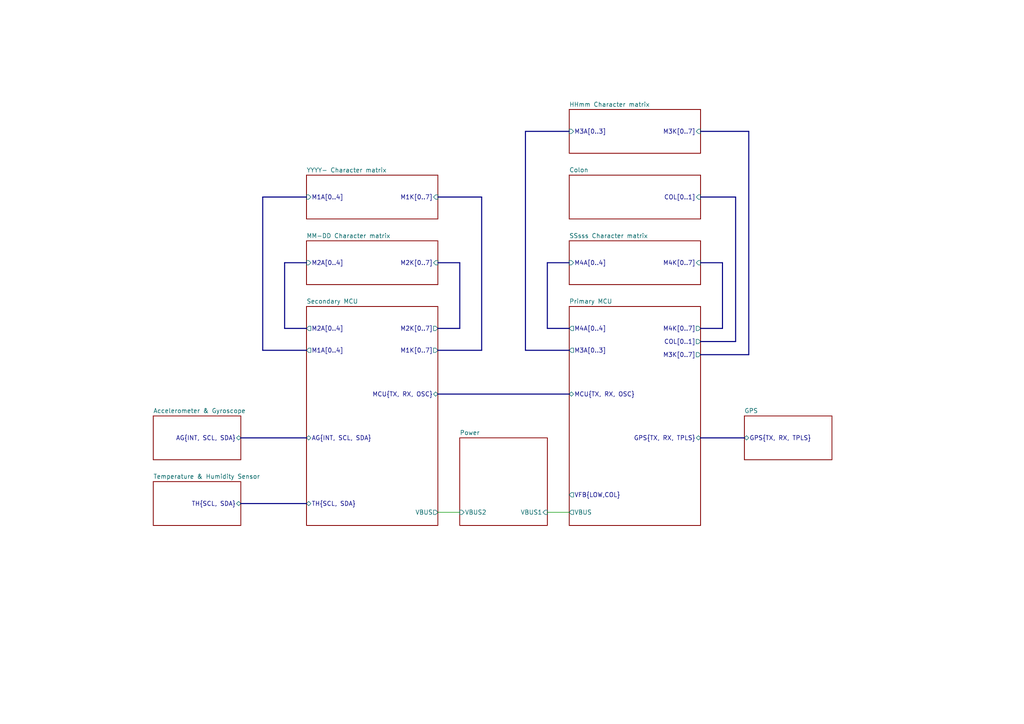
<source format=kicad_sch>
(kicad_sch
	(version 20250114)
	(generator "eeschema")
	(generator_version "9.0")
	(uuid "c9a8ff63-a0d1-4125-9dd1-40fb53daf536")
	(paper "A4")
	(title_block
		(title "Precision Clock")
		(date "2025-10-31")
		(rev "v0.0")
		(company "Rajath Katker")
		(comment 4 "Final verification pending")
	)
	(lib_symbols)
	(bus
		(pts
			(xy 209.55 76.2) (xy 203.2 76.2)
		)
		(stroke
			(width 0)
			(type default)
		)
		(uuid "0c3c2fc9-e677-437b-99f1-b8527ce31cdb")
	)
	(bus
		(pts
			(xy 76.2 57.15) (xy 88.9 57.15)
		)
		(stroke
			(width 0)
			(type default)
		)
		(uuid "11ed355d-f1cd-4d77-aae4-638d285e9d0a")
	)
	(bus
		(pts
			(xy 139.7 57.15) (xy 127 57.15)
		)
		(stroke
			(width 0)
			(type default)
		)
		(uuid "1f13e15c-a09f-49b4-8647-3a283e77be7c")
	)
	(bus
		(pts
			(xy 158.75 95.25) (xy 158.75 76.2)
		)
		(stroke
			(width 0)
			(type default)
		)
		(uuid "34884140-6406-45a9-9472-887fa07c0fe7")
	)
	(bus
		(pts
			(xy 152.4 101.6) (xy 152.4 38.1)
		)
		(stroke
			(width 0)
			(type default)
		)
		(uuid "37b1bd8b-8901-48d8-9dac-85d08a347459")
	)
	(bus
		(pts
			(xy 203.2 57.15) (xy 213.36 57.15)
		)
		(stroke
			(width 0)
			(type default)
		)
		(uuid "406fb6a2-a61e-4929-95c6-2390845ade84")
	)
	(bus
		(pts
			(xy 133.35 76.2) (xy 127 76.2)
		)
		(stroke
			(width 0)
			(type default)
		)
		(uuid "4bbc3862-5d1a-49f3-8fa2-75409f0a6833")
	)
	(bus
		(pts
			(xy 158.75 76.2) (xy 165.1 76.2)
		)
		(stroke
			(width 0)
			(type default)
		)
		(uuid "644c3270-a118-45fa-990e-4ffc20e5b0f7")
	)
	(bus
		(pts
			(xy 82.55 95.25) (xy 82.55 76.2)
		)
		(stroke
			(width 0)
			(type default)
		)
		(uuid "73109036-f88d-4aaf-8581-4faaaa2f8c86")
	)
	(bus
		(pts
			(xy 217.17 38.1) (xy 203.2 38.1)
		)
		(stroke
			(width 0)
			(type default)
		)
		(uuid "7d766af2-ecaf-4b88-897e-d6c8c4cb0106")
	)
	(bus
		(pts
			(xy 88.9 95.25) (xy 82.55 95.25)
		)
		(stroke
			(width 0)
			(type default)
		)
		(uuid "84ec1c8d-c031-4a23-8646-97b3539e1843")
	)
	(bus
		(pts
			(xy 203.2 99.06) (xy 213.36 99.06)
		)
		(stroke
			(width 0)
			(type default)
		)
		(uuid "858348d6-4456-4e2a-af4c-e026acc4072f")
	)
	(wire
		(pts
			(xy 158.75 148.59) (xy 165.1 148.59)
		)
		(stroke
			(width 0)
			(type default)
		)
		(uuid "8c7e09b7-d6fe-45c4-a152-719aa7605e95")
	)
	(bus
		(pts
			(xy 76.2 101.6) (xy 76.2 57.15)
		)
		(stroke
			(width 0)
			(type default)
		)
		(uuid "8da64a43-037e-4276-b02b-5dbb22a2ccd6")
	)
	(bus
		(pts
			(xy 209.55 95.25) (xy 209.55 76.2)
		)
		(stroke
			(width 0)
			(type default)
		)
		(uuid "90827b49-edc5-4bfe-b5df-ff406340e6cb")
	)
	(bus
		(pts
			(xy 127 95.25) (xy 133.35 95.25)
		)
		(stroke
			(width 0)
			(type default)
		)
		(uuid "a05900a8-fc3b-4990-bdbe-e8384b93f0b4")
	)
	(bus
		(pts
			(xy 152.4 38.1) (xy 165.1 38.1)
		)
		(stroke
			(width 0)
			(type default)
		)
		(uuid "a4b0f886-e6b0-4f15-8bdb-0b7ccc5076c5")
	)
	(bus
		(pts
			(xy 217.17 102.87) (xy 217.17 38.1)
		)
		(stroke
			(width 0)
			(type default)
		)
		(uuid "a903d1a2-c05b-4c54-b0f4-e957bc1dc1ba")
	)
	(bus
		(pts
			(xy 69.85 146.05) (xy 88.9 146.05)
		)
		(stroke
			(width 0)
			(type default)
		)
		(uuid "a942f1bb-8d71-47bf-953f-d6186708461d")
	)
	(bus
		(pts
			(xy 165.1 95.25) (xy 158.75 95.25)
		)
		(stroke
			(width 0)
			(type default)
		)
		(uuid "ad3b3d69-bddf-4060-81ff-6cc4de27d451")
	)
	(bus
		(pts
			(xy 203.2 102.87) (xy 217.17 102.87)
		)
		(stroke
			(width 0)
			(type default)
		)
		(uuid "b37f9845-212f-4086-afc5-033557f861c9")
	)
	(bus
		(pts
			(xy 69.85 127) (xy 88.9 127)
		)
		(stroke
			(width 0)
			(type default)
		)
		(uuid "bbc15d66-c516-4e52-8f3e-18d118d36446")
	)
	(bus
		(pts
			(xy 127 101.6) (xy 139.7 101.6)
		)
		(stroke
			(width 0)
			(type default)
		)
		(uuid "c47a7261-391e-4f42-a5e2-80a0e4ba66d5")
	)
	(bus
		(pts
			(xy 203.2 95.25) (xy 209.55 95.25)
		)
		(stroke
			(width 0)
			(type default)
		)
		(uuid "c6fac247-78f6-43ee-bdf6-9f8cc46ad527")
	)
	(bus
		(pts
			(xy 133.35 95.25) (xy 133.35 76.2)
		)
		(stroke
			(width 0)
			(type default)
		)
		(uuid "cabbd7b1-da30-420a-a18b-15a9f04e2611")
	)
	(bus
		(pts
			(xy 139.7 101.6) (xy 139.7 57.15)
		)
		(stroke
			(width 0)
			(type default)
		)
		(uuid "d2ebcefd-2c28-4f93-83fc-4c0601ae9a62")
	)
	(bus
		(pts
			(xy 203.2 127) (xy 215.9 127)
		)
		(stroke
			(width 0)
			(type default)
		)
		(uuid "dd3fa275-eeca-4878-b536-b0d352bcf7f5")
	)
	(bus
		(pts
			(xy 165.1 101.6) (xy 152.4 101.6)
		)
		(stroke
			(width 0)
			(type default)
		)
		(uuid "dedab66e-729e-4a50-bb38-19f6dec8e39f")
	)
	(bus
		(pts
			(xy 88.9 101.6) (xy 76.2 101.6)
		)
		(stroke
			(width 0)
			(type default)
		)
		(uuid "ec61d963-b66e-4839-bc53-0fc6f404670d")
	)
	(bus
		(pts
			(xy 82.55 76.2) (xy 88.9 76.2)
		)
		(stroke
			(width 0)
			(type default)
		)
		(uuid "ecab9e22-1917-4b8f-aae9-e1580c1ace68")
	)
	(bus
		(pts
			(xy 213.36 99.06) (xy 213.36 57.15)
		)
		(stroke
			(width 0)
			(type default)
		)
		(uuid "ee349fcd-a7fe-410a-b3a6-6a6293e679d6")
	)
	(wire
		(pts
			(xy 127 148.59) (xy 133.35 148.59)
		)
		(stroke
			(width 0)
			(type default)
		)
		(uuid "f6d3b72a-d2bd-456f-b736-fcb4a9b19e3a")
	)
	(bus
		(pts
			(xy 127 114.3) (xy 165.1 114.3)
		)
		(stroke
			(width 0)
			(type default)
		)
		(uuid "f98f9029-fc10-4d1c-b5c7-717d898d34e2")
	)
	(sheet
		(at 165.1 69.85)
		(size 38.1 12.7)
		(exclude_from_sim no)
		(in_bom yes)
		(on_board yes)
		(dnp no)
		(stroke
			(width 0.254)
			(type solid)
		)
		(fill
			(color 255 255 255 1.0000)
		)
		(uuid "61b252ee-6ab4-4417-a4ad-7fc052d7ca20")
		(property "Sheetname" "SSsss Character matrix"
			(at 165.1 69.1384 0)
			(effects
				(font
					(size 1.27 1.27)
				)
				(justify left bottom)
			)
		)
		(property "Sheetfile" "SSsss_character_matrix.kicad_sch"
			(at 165.1 95.8346 0)
			(effects
				(font
					(size 1.27 1.27)
				)
				(justify left top)
				(hide yes)
			)
		)
		(pin "M4A[0..4]" input
			(at 165.1 76.2 180)
			(uuid "7f88cc8d-15a1-4672-813c-fbbab616d56f")
			(effects
				(font
					(size 1.27 1.27)
				)
				(justify left)
			)
		)
		(pin "M4K[0..7]" input
			(at 203.2 76.2 0)
			(uuid "037e4d3a-8360-4d1b-b8fb-5e26651a6604")
			(effects
				(font
					(size 1.27 1.27)
				)
				(justify right)
			)
		)
		(instances
			(project "Precision Clock"
				(path "/c9a8ff63-a0d1-4125-9dd1-40fb53daf536"
					(page "3")
				)
			)
		)
	)
	(sheet
		(at 44.45 120.65)
		(size 25.4 12.7)
		(exclude_from_sim no)
		(in_bom yes)
		(on_board yes)
		(dnp no)
		(fields_autoplaced yes)
		(stroke
			(width 0.254)
			(type solid)
		)
		(fill
			(color 255 255 255 1.0000)
		)
		(uuid "83e9a93f-b32e-4175-81a6-6f58261db903")
		(property "Sheetname" "Accelerometer & Gyroscope"
			(at 44.45 119.8876 0)
			(effects
				(font
					(size 1.27 1.27)
				)
				(justify left bottom)
			)
		)
		(property "Sheetfile" "acclerometer&gyroscope.kicad_sch"
			(at 44.45 133.9854 0)
			(effects
				(font
					(size 1.27 1.27)
				)
				(justify left top)
				(hide yes)
			)
		)
		(pin "AG{INT, SCL, SDA}" bidirectional
			(at 69.85 127 0)
			(uuid "97323035-c6d6-498e-94d2-4c08b4ce8cea")
			(effects
				(font
					(size 1.27 1.27)
				)
				(justify right)
			)
		)
		(instances
			(project "Precision Clock"
				(path "/c9a8ff63-a0d1-4125-9dd1-40fb53daf536"
					(page "5")
				)
			)
		)
	)
	(sheet
		(at 133.35 127)
		(size 25.4 25.4)
		(exclude_from_sim no)
		(in_bom yes)
		(on_board yes)
		(dnp no)
		(fields_autoplaced yes)
		(stroke
			(width 0.254)
			(type solid)
		)
		(fill
			(color 255 255 255 1.0000)
		)
		(uuid "8ce44042-2af7-42d8-9728-8ac0b976522a")
		(property "Sheetname" "Power"
			(at 133.35 126.2376 0)
			(effects
				(font
					(size 1.27 1.27)
				)
				(justify left bottom)
			)
		)
		(property "Sheetfile" "power.kicad_sch"
			(at 133.35 153.0354 0)
			(effects
				(font
					(size 1.27 1.27)
				)
				(justify left top)
				(hide yes)
			)
		)
		(pin "VBUS1" input
			(at 158.75 148.59 0)
			(uuid "c558daee-7a61-4276-ac2f-952cc6807f23")
			(effects
				(font
					(size 1.27 1.27)
				)
				(justify right)
			)
		)
		(pin "VBUS2" input
			(at 133.35 148.59 180)
			(uuid "9be4b92d-1f71-404e-9042-174bbefbe928")
			(effects
				(font
					(size 1.27 1.27)
				)
				(justify left)
			)
		)
		(instances
			(project "Precision Clock"
				(path "/c9a8ff63-a0d1-4125-9dd1-40fb53daf536"
					(page "12")
				)
			)
		)
	)
	(sheet
		(at 88.9 50.8)
		(size 38.1 12.7)
		(exclude_from_sim no)
		(in_bom yes)
		(on_board yes)
		(dnp no)
		(stroke
			(width 0.254)
			(type solid)
		)
		(fill
			(color 255 255 255 1.0000)
		)
		(uuid "95a63663-b2f9-448f-a4dd-b71321e8f379")
		(property "Sheetname" "YYYY- Character matrix"
			(at 88.9 50.0884 0)
			(effects
				(font
					(size 1.27 1.27)
				)
				(justify left bottom)
			)
		)
		(property "Sheetfile" "YYYY-_character_matrix.kicad_sch"
			(at 88.9 76.7846 0)
			(effects
				(font
					(size 1.27 1.27)
				)
				(justify left top)
				(hide yes)
			)
		)
		(pin "M1A[0..4]" input
			(at 88.9 57.15 180)
			(uuid "ecd3ea37-8a3d-4aa5-b708-6864fa92555e")
			(effects
				(font
					(size 1.27 1.27)
				)
				(justify left)
			)
		)
		(pin "M1K[0..7]" input
			(at 127 57.15 0)
			(uuid "711d2515-eb78-4f00-a3d0-1b84d6f317e0")
			(effects
				(font
					(size 1.27 1.27)
				)
				(justify right)
			)
		)
		(instances
			(project "Precision Clock"
				(path "/c9a8ff63-a0d1-4125-9dd1-40fb53daf536"
					(page "2")
				)
			)
		)
	)
	(sheet
		(at 88.9 88.9)
		(size 38.1 63.5)
		(exclude_from_sim no)
		(in_bom yes)
		(on_board yes)
		(dnp no)
		(fields_autoplaced yes)
		(stroke
			(width 0.254)
			(type solid)
		)
		(fill
			(color 255 255 255 1.0000)
		)
		(uuid "9aca4cc8-38de-4388-9e71-17c26876d83c")
		(property "Sheetname" "Secondary MCU"
			(at 88.9 88.1376 0)
			(effects
				(font
					(size 1.27 1.27)
				)
				(justify left bottom)
			)
		)
		(property "Sheetfile" "secondary_mcu.kicad_sch"
			(at 88.9 153.0354 0)
			(effects
				(font
					(size 1.27 1.27)
				)
				(justify left top)
				(hide yes)
			)
		)
		(pin "M2A[0..4]" output
			(at 88.9 95.25 180)
			(uuid "02fabb17-c59d-487a-8652-e0ecb9cbb132")
			(effects
				(font
					(size 1.27 1.27)
				)
				(justify left)
			)
		)
		(pin "M1A[0..4]" output
			(at 88.9 101.6 180)
			(uuid "507e153e-8fc6-411c-b284-882835aed276")
			(effects
				(font
					(size 1.27 1.27)
				)
				(justify left)
			)
		)
		(pin "M2K[0..7]" output
			(at 127 95.25 0)
			(uuid "d5b271f3-aa98-4bae-93ec-8082fc4b32ae")
			(effects
				(font
					(size 1.27 1.27)
				)
				(justify right)
			)
		)
		(pin "M1K[0..7]" output
			(at 127 101.6 0)
			(uuid "a64a1d8c-079b-4431-a540-e8575d2f36e7")
			(effects
				(font
					(size 1.27 1.27)
				)
				(justify right)
			)
		)
		(pin "TH{SCL, SDA}" bidirectional
			(at 88.9 146.05 180)
			(uuid "5b7483a5-3ff5-483a-a592-9216cadbf9bc")
			(effects
				(font
					(size 1.27 1.27)
				)
				(justify left)
			)
		)
		(pin "AG{INT, SCL, SDA}" bidirectional
			(at 88.9 127 180)
			(uuid "c2c0371d-5407-4960-a478-e9f501d156b2")
			(effects
				(font
					(size 1.27 1.27)
				)
				(justify left)
			)
		)
		(pin "MCU{TX, RX, OSC}" bidirectional
			(at 127 114.3 0)
			(uuid "1e0fa0f7-46c2-4661-bf2e-8b1b1cff3b44")
			(effects
				(font
					(size 1.27 1.27)
				)
				(justify right)
			)
		)
		(pin "VBUS" output
			(at 127 148.59 0)
			(uuid "68e251c5-f654-490b-a223-7bab8e6c509c")
			(effects
				(font
					(size 1.27 1.27)
				)
				(justify right)
			)
		)
		(instances
			(project "Precision Clock"
				(path "/c9a8ff63-a0d1-4125-9dd1-40fb53daf536"
					(page "8")
				)
			)
		)
	)
	(sheet
		(at 165.1 50.8)
		(size 38.1 12.7)
		(exclude_from_sim no)
		(in_bom yes)
		(on_board yes)
		(dnp no)
		(fields_autoplaced yes)
		(stroke
			(width 0.254)
			(type solid)
		)
		(fill
			(color 255 255 255 1.0000)
		)
		(uuid "9ee9cf55-854a-46a7-9bd0-7970985d5955")
		(property "Sheetname" "Colon"
			(at 165.1 50.0376 0)
			(effects
				(font
					(size 1.27 1.27)
				)
				(justify left bottom)
			)
		)
		(property "Sheetfile" "colon.kicad_sch"
			(at 165.1 64.1354 0)
			(effects
				(font
					(size 1.27 1.27)
				)
				(justify left top)
				(hide yes)
			)
		)
		(pin "COL[0..1]" input
			(at 203.2 57.15 0)
			(uuid "4a7caa5f-3fde-43de-9141-8d6b6ae26c16")
			(effects
				(font
					(size 1.27 1.27)
				)
				(justify right)
			)
		)
		(instances
			(project "Precision Clock"
				(path "/c9a8ff63-a0d1-4125-9dd1-40fb53daf536"
					(page "12")
				)
			)
		)
	)
	(sheet
		(at 215.9 120.65)
		(size 25.4 12.7)
		(exclude_from_sim no)
		(in_bom yes)
		(on_board yes)
		(dnp no)
		(fields_autoplaced yes)
		(stroke
			(width 0.254)
			(type solid)
		)
		(fill
			(color 255 255 255 1.0000)
		)
		(uuid "adbcdd61-c016-4293-925d-555ee31f0e50")
		(property "Sheetname" "GPS"
			(at 215.9 119.8876 0)
			(effects
				(font
					(size 1.27 1.27)
				)
				(justify left bottom)
			)
		)
		(property "Sheetfile" "gps.kicad_sch"
			(at 215.9 133.9854 0)
			(effects
				(font
					(size 1.27 1.27)
				)
				(justify left top)
				(hide yes)
			)
		)
		(pin "GPS{TX, RX, TPLS}" bidirectional
			(at 215.9 127 180)
			(uuid "bc76ab33-b902-4f76-91e0-0205afbca366")
			(effects
				(font
					(size 1.27 1.27)
				)
				(justify left)
			)
		)
		(instances
			(project "Precision Clock"
				(path "/c9a8ff63-a0d1-4125-9dd1-40fb53daf536"
					(page "9")
				)
			)
		)
	)
	(sheet
		(at 44.45 139.7)
		(size 25.4 12.7)
		(exclude_from_sim no)
		(in_bom yes)
		(on_board yes)
		(dnp no)
		(fields_autoplaced yes)
		(stroke
			(width 0.254)
			(type solid)
		)
		(fill
			(color 255 255 255 1.0000)
		)
		(uuid "cc882cab-fb20-4552-b867-43569dfc2d06")
		(property "Sheetname" "Temperature & Humidity Sensor"
			(at 44.45 138.9376 0)
			(effects
				(font
					(size 1.27 1.27)
				)
				(justify left bottom)
			)
		)
		(property "Sheetfile" "temperature&humidity_sensor.kicad_sch"
			(at 44.45 153.0354 0)
			(effects
				(font
					(size 1.27 1.27)
				)
				(justify left top)
				(hide yes)
			)
		)
		(pin "TH{SCL, SDA}" bidirectional
			(at 69.85 146.05 0)
			(uuid "39e8cc9d-996b-470a-869f-d13aa6eab565")
			(effects
				(font
					(size 1.27 1.27)
				)
				(justify right)
			)
		)
		(instances
			(project "Precision Clock"
				(path "/c9a8ff63-a0d1-4125-9dd1-40fb53daf536"
					(page "10")
				)
			)
		)
	)
	(sheet
		(at 165.1 88.9)
		(size 38.1 63.5)
		(exclude_from_sim no)
		(in_bom yes)
		(on_board yes)
		(dnp no)
		(fields_autoplaced yes)
		(stroke
			(width 0.254)
			(type solid)
		)
		(fill
			(color 255 255 255 1.0000)
		)
		(uuid "d0d8c9aa-9e46-4cf3-a690-ff272eec1168")
		(property "Sheetname" "Primary MCU"
			(at 165.1 88.1376 0)
			(effects
				(font
					(size 1.27 1.27)
				)
				(justify left bottom)
			)
		)
		(property "Sheetfile" "primary_mcu.kicad_sch"
			(at 165.1 153.0354 0)
			(effects
				(font
					(size 1.27 1.27)
				)
				(justify left top)
				(hide yes)
			)
		)
		(pin "MCU{TX, RX, OSC}" bidirectional
			(at 165.1 114.3 180)
			(uuid "67482904-bb5b-4f61-a0da-26b78e8ef39c")
			(effects
				(font
					(size 1.27 1.27)
				)
				(justify left)
			)
		)
		(pin "M4K[0..7]" output
			(at 203.2 95.25 0)
			(uuid "130e51a5-70d4-4779-9337-298d77627941")
			(effects
				(font
					(size 1.27 1.27)
				)
				(justify right)
			)
		)
		(pin "M3K[0..7]" output
			(at 203.2 102.87 0)
			(uuid "17b44a32-ff88-49e6-aaeb-0a2e1318bde6")
			(effects
				(font
					(size 1.27 1.27)
				)
				(justify right)
			)
		)
		(pin "M4A[0..4]" output
			(at 165.1 95.25 180)
			(uuid "16040a87-d836-4ab8-a5b1-4b58bffcfd98")
			(effects
				(font
					(size 1.27 1.27)
				)
				(justify left)
			)
		)
		(pin "M3A[0..3]" output
			(at 165.1 101.6 180)
			(uuid "73f5e8ae-9601-4428-874c-f836ec90a43c")
			(effects
				(font
					(size 1.27 1.27)
				)
				(justify left)
			)
		)
		(pin "GPS{TX, RX, TPLS}" bidirectional
			(at 203.2 127 0)
			(uuid "11f0eb62-9f45-4c0a-b4a2-c7cb406a0705")
			(effects
				(font
					(size 1.27 1.27)
				)
				(justify right)
			)
		)
		(pin "VBUS" output
			(at 165.1 148.59 180)
			(uuid "f902e904-ff6d-4c63-a785-7e2b4875eb80")
			(effects
				(font
					(size 1.27 1.27)
				)
				(justify left)
			)
		)
		(pin "VFB{LOW,COL}" output
			(at 165.1 143.51 180)
			(uuid "1aa0f8ea-680d-4234-bdf3-b135cf712b58")
			(effects
				(font
					(size 1.27 1.27)
				)
				(justify left)
			)
		)
		(pin "COL[0..1]" output
			(at 203.2 99.06 0)
			(uuid "1fe773e3-1de2-45e5-9f2f-4ea8e3169271")
			(effects
				(font
					(size 1.27 1.27)
				)
				(justify right)
			)
		)
		(instances
			(project "Precision Clock"
				(path "/c9a8ff63-a0d1-4125-9dd1-40fb53daf536"
					(page "5")
				)
			)
		)
	)
	(sheet
		(at 165.1 31.75)
		(size 38.1 12.7)
		(exclude_from_sim no)
		(in_bom yes)
		(on_board yes)
		(dnp no)
		(stroke
			(width 0.254)
			(type solid)
		)
		(fill
			(color 255 255 255 1.0000)
		)
		(uuid "d3af2bc2-13e8-43c1-8a6d-735ddffde2e2")
		(property "Sheetname" "HHmm Character matrix"
			(at 165.1 31.0384 0)
			(effects
				(font
					(size 1.27 1.27)
				)
				(justify left bottom)
			)
		)
		(property "Sheetfile" "HHmm_character_matrix.kicad_sch"
			(at 165.1 57.7346 0)
			(effects
				(font
					(size 1.27 1.27)
				)
				(justify left top)
				(hide yes)
			)
		)
		(pin "M3A[0..3]" input
			(at 165.1 38.1 180)
			(uuid "48555f5b-52db-42cd-92ce-456d0281f791")
			(effects
				(font
					(size 1.27 1.27)
				)
				(justify left)
			)
		)
		(pin "M3K[0..7]" input
			(at 203.2 38.1 0)
			(uuid "22bd5153-b786-4d4e-b520-fbd96151dcac")
			(effects
				(font
					(size 1.27 1.27)
				)
				(justify right)
			)
		)
		(instances
			(project "Precision Clock"
				(path "/c9a8ff63-a0d1-4125-9dd1-40fb53daf536"
					(page "4")
				)
			)
		)
	)
	(sheet
		(at 88.9 69.85)
		(size 38.1 12.7)
		(exclude_from_sim no)
		(in_bom yes)
		(on_board yes)
		(dnp no)
		(stroke
			(width 0.254)
			(type solid)
		)
		(fill
			(color 255 255 255 1.0000)
		)
		(uuid "e0daf664-e239-498f-ad2e-96c4213a6fbd")
		(property "Sheetname" "MM-DD Character matrix"
			(at 88.9 69.1384 0)
			(effects
				(font
					(size 1.27 1.27)
				)
				(justify left bottom)
			)
		)
		(property "Sheetfile" "MM-DD_character_matrix.kicad_sch"
			(at 88.9 95.8346 0)
			(effects
				(font
					(size 1.27 1.27)
				)
				(justify left top)
				(hide yes)
			)
		)
		(pin "M2A[0..4]" input
			(at 88.9 76.2 180)
			(uuid "3fb0c0c1-064d-49cc-9c65-e225937d52d1")
			(effects
				(font
					(size 1.27 1.27)
				)
				(justify left)
			)
		)
		(pin "M2K[0..7]" input
			(at 127 76.2 0)
			(uuid "1924a977-0f1b-4d4d-8c23-11493f4b6a4d")
			(effects
				(font
					(size 1.27 1.27)
				)
				(justify right)
			)
		)
		(instances
			(project "Precision Clock"
				(path "/c9a8ff63-a0d1-4125-9dd1-40fb53daf536"
					(page "2")
				)
			)
		)
	)
	(sheet_instances
		(path "/"
			(page "1")
		)
	)
	(embedded_fonts no)
)

</source>
